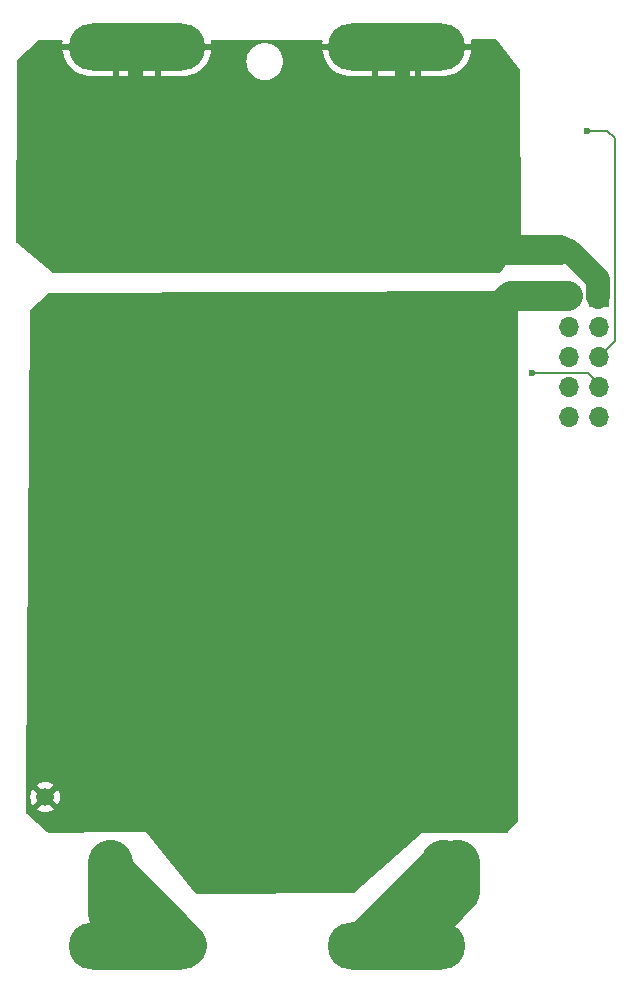
<source format=gbr>
%TF.GenerationSoftware,KiCad,Pcbnew,7.0.10*%
%TF.CreationDate,2025-01-07T15:55:25-07:00*%
%TF.ProjectId,HATB_ver_8.3.1,48415442-5f76-4657-925f-382e332e312e,8.3.1*%
%TF.SameCoordinates,Original*%
%TF.FileFunction,Copper,L1,Top*%
%TF.FilePolarity,Positive*%
%FSLAX46Y46*%
G04 Gerber Fmt 4.6, Leading zero omitted, Abs format (unit mm)*
G04 Created by KiCad (PCBNEW 7.0.10) date 2025-01-07 15:55:25*
%MOMM*%
%LPD*%
G01*
G04 APERTURE LIST*
%TA.AperFunction,ComponentPad*%
%ADD10R,1.700000X1.700000*%
%TD*%
%TA.AperFunction,ComponentPad*%
%ADD11O,1.700000X1.700000*%
%TD*%
%TA.AperFunction,ComponentPad*%
%ADD12O,8.000000X4.000000*%
%TD*%
%TA.AperFunction,ComponentPad*%
%ADD13C,1.500000*%
%TD*%
%TA.AperFunction,ViaPad*%
%ADD14C,0.600000*%
%TD*%
%TA.AperFunction,Conductor*%
%ADD15C,2.032000*%
%TD*%
%TA.AperFunction,Conductor*%
%ADD16C,1.270000*%
%TD*%
%TA.AperFunction,Conductor*%
%ADD17C,2.540000*%
%TD*%
%TA.AperFunction,Conductor*%
%ADD18C,3.810000*%
%TD*%
%TA.AperFunction,Conductor*%
%ADD19C,0.200000*%
%TD*%
G04 APERTURE END LIST*
D10*
%TO.P,P10,1,Pin_1*%
%TO.N,/BATT+*%
X217400000Y-73110000D03*
D11*
%TO.P,P10,2,Pin_2*%
%TO.N,/PWR_GND*%
X214860000Y-73110000D03*
%TO.P,P10,3,Pin_3*%
%TO.N,/BBD_AGND*%
X217400000Y-75650000D03*
%TO.P,P10,4,Pin_4*%
%TO.N,/BBD_GND*%
X214860000Y-75650000D03*
%TO.P,P10,5,Pin_5*%
%TO.N,/BBD_5V*%
X217400000Y-78190000D03*
%TO.P,P10,6,Pin_6*%
%TO.N,/BBD_IPS_OUT*%
X214860000Y-78190000D03*
%TO.P,P10,7,Pin_7*%
%TO.N,/BBD_PA6*%
X217400000Y-80730000D03*
%TO.P,P10,8,Pin_8*%
%TO.N,/BBD_CHG_LED*%
X214860000Y-80730000D03*
%TO.P,P10,9,Pin_9*%
%TO.N,/BBD_PB1*%
X217400000Y-83270000D03*
%TO.P,P10,10,Pin_10*%
%TO.N,/BBD_PB2*%
X214860000Y-83270000D03*
%TD*%
D12*
%TO.P,BT1,1*%
%TO.N,/BATT+*%
X202120000Y-51950000D03*
X198500000Y-51950000D03*
%TO.P,BT1,2*%
%TO.N,Net-(BT1-Pad2)*%
X198500000Y-128050000D03*
X202120000Y-128050000D03*
%TD*%
%TO.P,BT2,1*%
%TO.N,/BATT+*%
X180120000Y-51950000D03*
X176500000Y-51950000D03*
%TO.P,BT2,2*%
%TO.N,Net-(BT2-Pad2)*%
X180120000Y-128050000D03*
X176500000Y-128050000D03*
%TD*%
D13*
%TO.P,GND1,1,1*%
%TO.N,/PWR_GND*%
X170560000Y-115480000D03*
%TD*%
D14*
%TO.N,/BATT+*%
X195040000Y-57630000D03*
X184440000Y-57630000D03*
X190150000Y-57630000D03*
X197380000Y-55290000D03*
X171040000Y-63340000D03*
X196980000Y-69350000D03*
X181700000Y-55520000D03*
%TO.N,Net-(BT1-Pad2)*%
X205445000Y-120995000D03*
X204225000Y-120995000D03*
X205905000Y-120535000D03*
X204875000Y-120345000D03*
X206710000Y-121340000D03*
%TO.N,Net-(BT2-Pad2)*%
X177325000Y-120985000D03*
X174760000Y-120980000D03*
X175560000Y-120180000D03*
X175995000Y-120985000D03*
X176800600Y-120349400D03*
%TO.N,/PWR_GND*%
X192325000Y-120345000D03*
X195845000Y-120345000D03*
X198140000Y-103670000D03*
X194225000Y-120345000D03*
X188330600Y-120999400D03*
X190489400Y-120349400D03*
X187650600Y-120349400D03*
X193530000Y-104390000D03*
X191190005Y-113699995D03*
X191450000Y-121310000D03*
X186960600Y-120999400D03*
X191190005Y-108759997D03*
X189050600Y-120349400D03*
X193345000Y-120995000D03*
X195005000Y-120995000D03*
%TO.N,/BBD_PA6*%
X211749511Y-79600489D03*
%TO.N,/BBD_5V*%
X216430000Y-59050000D03*
%TD*%
D15*
%TO.N,/BATT+*%
X217340000Y-71650000D02*
X214850009Y-69160009D01*
D16*
X200740000Y-51540000D02*
X200740000Y-56190000D01*
D17*
X207640000Y-69160000D02*
X207470000Y-69330000D01*
D15*
X214850009Y-69160009D02*
X214170006Y-69160009D01*
D16*
X200740000Y-56190000D02*
X200260000Y-56670000D01*
D15*
X217340002Y-73119996D02*
X217340002Y-71649996D01*
D16*
X178180000Y-51650000D02*
X178180000Y-55840000D01*
D17*
X214170000Y-69160000D02*
X207640000Y-69160000D01*
D18*
%TO.N,Net-(BT1-Pad2)*%
X200740000Y-128140000D02*
X205445000Y-123435000D01*
X205445000Y-123435000D02*
X205445000Y-120995000D01*
X204225000Y-120995000D02*
X204225000Y-121145000D01*
X204225000Y-121145000D02*
X197420000Y-127950000D01*
%TO.N,Net-(BT2-Pad2)*%
X178900000Y-128160000D02*
X175995000Y-125255000D01*
X175995000Y-125255000D02*
X175995000Y-120985000D01*
X175995000Y-121695000D02*
X182300000Y-128000000D01*
X179010000Y-128160000D02*
X178900000Y-128160000D01*
D17*
%TO.N,/PWR_GND*%
X209990004Y-73070009D02*
X207769993Y-75289994D01*
D15*
X214859997Y-73109988D02*
X214820009Y-73070000D01*
D17*
X214820017Y-73070009D02*
X209990004Y-73070009D01*
D19*
%TO.N,/BBD_PA6*%
X216480489Y-79600489D02*
X217500000Y-80620000D01*
X211749511Y-79600489D02*
X216480489Y-79600489D01*
%TO.N,/BBD_5V*%
X218760000Y-76830000D02*
X217400000Y-78190000D01*
X216430000Y-59050000D02*
X218120000Y-59050000D01*
X218120000Y-59050000D02*
X218760000Y-59690000D01*
X218760000Y-59690000D02*
X218760000Y-76830000D01*
%TD*%
%TA.AperFunction,Conductor*%
%TO.N,/BATT+*%
G36*
X208803966Y-51349998D02*
G01*
X208837777Y-51381870D01*
X209067600Y-51697430D01*
X210706190Y-53947308D01*
X210730125Y-54014148D01*
X210730335Y-54020440D01*
X210849678Y-68391281D01*
X210830242Y-68459565D01*
X210828520Y-68462219D01*
X209127357Y-71013963D01*
X209072928Y-71059548D01*
X209022652Y-71070071D01*
X171324381Y-71109953D01*
X171256239Y-71090023D01*
X171245386Y-71082222D01*
X168137373Y-68588017D01*
X168096764Y-68529781D01*
X168090236Y-68489258D01*
X168143606Y-54755293D01*
X168149793Y-53163147D01*
X168170060Y-53095107D01*
X168188208Y-53073058D01*
X169087061Y-52204001D01*
X172004153Y-52204001D01*
X172031550Y-52420868D01*
X172031555Y-52420896D01*
X172110029Y-52726533D01*
X172110031Y-52726539D01*
X172226207Y-53019965D01*
X172378243Y-53296517D01*
X172563730Y-53551818D01*
X172563731Y-53551819D01*
X172779759Y-53781866D01*
X172779769Y-53781875D01*
X173022921Y-53983028D01*
X173022924Y-53983030D01*
X173289363Y-54152117D01*
X173289377Y-54152124D01*
X173574911Y-54286486D01*
X173574920Y-54286490D01*
X173875044Y-54384007D01*
X173875057Y-54384010D01*
X174185038Y-54443143D01*
X174185054Y-54443145D01*
X174421165Y-54457999D01*
X174421167Y-54458000D01*
X176246000Y-54458000D01*
X176246000Y-52204000D01*
X172004154Y-52204000D01*
X172004153Y-52204001D01*
X169087061Y-52204001D01*
X169349770Y-51950000D01*
X173820102Y-51950000D01*
X173839505Y-52047545D01*
X173894760Y-52130240D01*
X173977455Y-52185495D01*
X174050376Y-52200000D01*
X174949624Y-52200000D01*
X175022545Y-52185495D01*
X175105240Y-52130240D01*
X175160495Y-52047545D01*
X175179898Y-51950000D01*
X175160495Y-51852455D01*
X175105240Y-51769760D01*
X175022545Y-51714505D01*
X174949624Y-51700000D01*
X174050376Y-51700000D01*
X173977455Y-51714505D01*
X173894760Y-51769760D01*
X173839505Y-51852455D01*
X173820102Y-51950000D01*
X169349770Y-51950000D01*
X169923412Y-51395374D01*
X169986286Y-51362406D01*
X170010887Y-51359960D01*
X171903779Y-51358498D01*
X171971910Y-51378446D01*
X172018444Y-51432066D01*
X172028877Y-51500289D01*
X172004153Y-51695998D01*
X172004154Y-51696000D01*
X176628000Y-51696000D01*
X176696121Y-51716002D01*
X176742614Y-51769658D01*
X176754000Y-51822000D01*
X176754000Y-54458000D01*
X179866000Y-54458000D01*
X179866000Y-52204000D01*
X180374000Y-52204000D01*
X180374000Y-54458000D01*
X182198833Y-54458000D01*
X182198834Y-54457999D01*
X182434945Y-54443145D01*
X182434961Y-54443143D01*
X182744942Y-54384010D01*
X182744955Y-54384007D01*
X183045079Y-54286490D01*
X183045088Y-54286486D01*
X183330622Y-54152124D01*
X183330636Y-54152117D01*
X183597075Y-53983030D01*
X183597078Y-53983028D01*
X183840230Y-53781875D01*
X183840240Y-53781866D01*
X184056268Y-53551819D01*
X184056269Y-53551818D01*
X184241756Y-53296517D01*
X184294817Y-53200000D01*
X187584706Y-53200000D01*
X187603854Y-53443302D01*
X187660828Y-53680612D01*
X187702772Y-53781875D01*
X187747511Y-53889886D01*
X187754223Y-53906089D01*
X187801371Y-53983028D01*
X187881742Y-54114180D01*
X187881743Y-54114182D01*
X188040240Y-54299759D01*
X188225817Y-54458256D01*
X188225821Y-54458259D01*
X188433911Y-54585777D01*
X188659388Y-54679172D01*
X188896698Y-54736146D01*
X189140000Y-54755294D01*
X189383302Y-54736146D01*
X189620612Y-54679172D01*
X189846089Y-54585777D01*
X190054179Y-54458259D01*
X190239759Y-54299759D01*
X190398259Y-54114179D01*
X190525777Y-53906089D01*
X190619172Y-53680612D01*
X190676146Y-53443302D01*
X190695294Y-53200000D01*
X190676146Y-52956698D01*
X190619172Y-52719388D01*
X190525777Y-52493911D01*
X190398259Y-52285821D01*
X190398256Y-52285817D01*
X190328379Y-52204001D01*
X194004153Y-52204001D01*
X194031550Y-52420868D01*
X194031555Y-52420896D01*
X194110029Y-52726533D01*
X194110031Y-52726539D01*
X194226207Y-53019965D01*
X194378243Y-53296517D01*
X194563730Y-53551818D01*
X194563731Y-53551819D01*
X194779759Y-53781866D01*
X194779769Y-53781875D01*
X195022921Y-53983028D01*
X195022924Y-53983030D01*
X195289363Y-54152117D01*
X195289377Y-54152124D01*
X195574911Y-54286486D01*
X195574920Y-54286490D01*
X195875044Y-54384007D01*
X195875057Y-54384010D01*
X196185038Y-54443143D01*
X196185054Y-54443145D01*
X196421165Y-54457999D01*
X196421167Y-54458000D01*
X198246000Y-54458000D01*
X198246000Y-52204000D01*
X194004154Y-52204000D01*
X194004153Y-52204001D01*
X190328379Y-52204001D01*
X190239759Y-52100240D01*
X190063850Y-51950000D01*
X195820102Y-51950000D01*
X195839505Y-52047545D01*
X195894760Y-52130240D01*
X195977455Y-52185495D01*
X196050376Y-52200000D01*
X196949624Y-52200000D01*
X197022545Y-52185495D01*
X197105240Y-52130240D01*
X197160495Y-52047545D01*
X197179898Y-51950000D01*
X197160495Y-51852455D01*
X197105240Y-51769760D01*
X197022545Y-51714505D01*
X196949624Y-51700000D01*
X196050376Y-51700000D01*
X195977455Y-51714505D01*
X195894760Y-51769760D01*
X195839505Y-51852455D01*
X195820102Y-51950000D01*
X190063850Y-51950000D01*
X190054182Y-51941743D01*
X190054180Y-51941742D01*
X190054179Y-51941741D01*
X189846089Y-51814223D01*
X189620612Y-51720828D01*
X189620610Y-51720827D01*
X189620609Y-51720827D01*
X189492900Y-51690166D01*
X189383302Y-51663854D01*
X189383303Y-51663854D01*
X189140000Y-51644706D01*
X188896697Y-51663854D01*
X188659390Y-51720827D01*
X188433912Y-51814222D01*
X188225819Y-51941742D01*
X188225817Y-51941743D01*
X188040240Y-52100240D01*
X187881743Y-52285817D01*
X187881742Y-52285819D01*
X187754222Y-52493912D01*
X187660827Y-52719390D01*
X187603854Y-52956697D01*
X187603854Y-52956698D01*
X187584706Y-53200000D01*
X184294817Y-53200000D01*
X184393792Y-53019965D01*
X184509968Y-52726539D01*
X184509970Y-52726533D01*
X184588444Y-52420896D01*
X184588449Y-52420868D01*
X184615846Y-52204001D01*
X184615846Y-52204000D01*
X180374000Y-52204000D01*
X179866000Y-52204000D01*
X179866000Y-51950000D01*
X181440102Y-51950000D01*
X181459505Y-52047545D01*
X181514760Y-52130240D01*
X181597455Y-52185495D01*
X181670376Y-52200000D01*
X182569624Y-52200000D01*
X182642545Y-52185495D01*
X182725240Y-52130240D01*
X182780495Y-52047545D01*
X182799898Y-51950000D01*
X182780495Y-51852455D01*
X182725240Y-51769760D01*
X182642545Y-51714505D01*
X182569624Y-51700000D01*
X181670376Y-51700000D01*
X181597455Y-51714505D01*
X181514760Y-51769760D01*
X181459505Y-51852455D01*
X181440102Y-51950000D01*
X179866000Y-51950000D01*
X179866000Y-51822000D01*
X179886002Y-51753879D01*
X179939658Y-51707386D01*
X179992000Y-51696000D01*
X184615846Y-51696000D01*
X184615846Y-51695999D01*
X184589872Y-51490394D01*
X184601178Y-51420304D01*
X184648583Y-51367452D01*
X184714776Y-51348603D01*
X193905925Y-51341504D01*
X193974057Y-51361452D01*
X194020591Y-51415072D01*
X194031024Y-51483295D01*
X194004153Y-51695998D01*
X194004154Y-51696000D01*
X198628000Y-51696000D01*
X198696121Y-51716002D01*
X198742614Y-51769658D01*
X198754000Y-51822000D01*
X198754000Y-54458000D01*
X201866000Y-54458000D01*
X201866000Y-52204000D01*
X202374000Y-52204000D01*
X202374000Y-54458000D01*
X204198833Y-54458000D01*
X204198834Y-54457999D01*
X204434945Y-54443145D01*
X204434961Y-54443143D01*
X204744942Y-54384010D01*
X204744955Y-54384007D01*
X205045079Y-54286490D01*
X205045088Y-54286486D01*
X205330622Y-54152124D01*
X205330636Y-54152117D01*
X205597075Y-53983030D01*
X205597078Y-53983028D01*
X205840230Y-53781875D01*
X205840240Y-53781866D01*
X206056268Y-53551819D01*
X206056269Y-53551818D01*
X206241756Y-53296517D01*
X206393792Y-53019965D01*
X206509968Y-52726539D01*
X206509970Y-52726533D01*
X206588444Y-52420896D01*
X206588449Y-52420868D01*
X206615846Y-52204001D01*
X206615846Y-52204000D01*
X202374000Y-52204000D01*
X201866000Y-52204000D01*
X201866000Y-51950000D01*
X203440102Y-51950000D01*
X203459505Y-52047545D01*
X203514760Y-52130240D01*
X203597455Y-52185495D01*
X203670376Y-52200000D01*
X204569624Y-52200000D01*
X204642545Y-52185495D01*
X204725240Y-52130240D01*
X204780495Y-52047545D01*
X204799898Y-51950000D01*
X204780495Y-51852455D01*
X204725240Y-51769760D01*
X204642545Y-51714505D01*
X204569624Y-51700000D01*
X203670376Y-51700000D01*
X203597455Y-51714505D01*
X203514760Y-51769760D01*
X203459505Y-51852455D01*
X203440102Y-51950000D01*
X201866000Y-51950000D01*
X201866000Y-51822000D01*
X201886002Y-51753879D01*
X201939658Y-51707386D01*
X201992000Y-51696000D01*
X206615846Y-51696000D01*
X206615846Y-51695998D01*
X206587952Y-51475190D01*
X206589456Y-51474999D01*
X206595729Y-51410566D01*
X206639719Y-51354840D01*
X206706854Y-51331743D01*
X206712459Y-51331612D01*
X208735831Y-51330049D01*
X208803966Y-51349998D01*
G37*
%TD.AperFunction*%
%TD*%
%TA.AperFunction,Conductor*%
%TO.N,/PWR_GND*%
G36*
X209035677Y-72679929D02*
G01*
X209057151Y-72697151D01*
X210503179Y-74143179D01*
X210537205Y-74205491D01*
X210540084Y-74232070D01*
X210609924Y-117413042D01*
X210590032Y-117481195D01*
X210579326Y-117495553D01*
X209767696Y-118436307D01*
X209708052Y-118474819D01*
X209672294Y-118480000D01*
X202460000Y-118480000D01*
X202459999Y-118480000D01*
X202459997Y-118480001D01*
X196815635Y-123548003D01*
X196751585Y-123578632D01*
X196732109Y-123580248D01*
X183360507Y-123649685D01*
X183292284Y-123630037D01*
X183261925Y-123602971D01*
X179090001Y-118450000D01*
X179090000Y-118450000D01*
X176881494Y-118460605D01*
X170808103Y-118489769D01*
X170739887Y-118470094D01*
X170723984Y-118458117D01*
X168972908Y-116907984D01*
X168935160Y-116847854D01*
X168930430Y-116812694D01*
X168931100Y-116723619D01*
X168932545Y-116531198D01*
X169868011Y-116531198D01*
X169928597Y-116573621D01*
X170128092Y-116666647D01*
X170128096Y-116666649D01*
X170340712Y-116723619D01*
X170560000Y-116742804D01*
X170779287Y-116723619D01*
X170991903Y-116666649D01*
X170991907Y-116666647D01*
X171191399Y-116573622D01*
X171251987Y-116531197D01*
X171251987Y-116531196D01*
X170560001Y-115839210D01*
X170560000Y-115839210D01*
X169868011Y-116531197D01*
X169868011Y-116531198D01*
X168932545Y-116531198D01*
X168940442Y-115480000D01*
X169297195Y-115480000D01*
X169316380Y-115699287D01*
X169373350Y-115911903D01*
X169373352Y-115911907D01*
X169466379Y-116111403D01*
X169508800Y-116171987D01*
X170171487Y-115509302D01*
X170206372Y-115509302D01*
X170235047Y-115622538D01*
X170298936Y-115720327D01*
X170391115Y-115792072D01*
X170501595Y-115830000D01*
X170589005Y-115830000D01*
X170675216Y-115815614D01*
X170777947Y-115760019D01*
X170857060Y-115674079D01*
X170903982Y-115567108D01*
X170911200Y-115480001D01*
X170919210Y-115480001D01*
X171611196Y-116171987D01*
X171611197Y-116171987D01*
X171653622Y-116111399D01*
X171746647Y-115911907D01*
X171746649Y-115911903D01*
X171803619Y-115699287D01*
X171822804Y-115480000D01*
X171803619Y-115260712D01*
X171746649Y-115048096D01*
X171746647Y-115048092D01*
X171653619Y-114848594D01*
X171611199Y-114788011D01*
X171611197Y-114788011D01*
X170919210Y-115479999D01*
X170919210Y-115480001D01*
X170911200Y-115480001D01*
X170913628Y-115450698D01*
X170884953Y-115337462D01*
X170821064Y-115239673D01*
X170728885Y-115167928D01*
X170618405Y-115130000D01*
X170530995Y-115130000D01*
X170444784Y-115144386D01*
X170342053Y-115199981D01*
X170262940Y-115285921D01*
X170216018Y-115392892D01*
X170206372Y-115509302D01*
X170171487Y-115509302D01*
X170200790Y-115479999D01*
X169508801Y-114788010D01*
X169466378Y-114848598D01*
X169373352Y-115048092D01*
X169373350Y-115048096D01*
X169316380Y-115260712D01*
X169297195Y-115480000D01*
X168940442Y-115480000D01*
X168948338Y-114428801D01*
X169868010Y-114428801D01*
X170559999Y-115120790D01*
X170560000Y-115120790D01*
X171251987Y-114428800D01*
X171191403Y-114386379D01*
X170991907Y-114293352D01*
X170991903Y-114293350D01*
X170779287Y-114236380D01*
X170560000Y-114217195D01*
X170340712Y-114236380D01*
X170128096Y-114293350D01*
X170128092Y-114293352D01*
X169928598Y-114386378D01*
X169868010Y-114428801D01*
X168948338Y-114428801D01*
X169249593Y-74324136D01*
X169270106Y-74256169D01*
X169289548Y-74233036D01*
X170743931Y-72873711D01*
X170807353Y-72841811D01*
X170829364Y-72839767D01*
X208967464Y-72660247D01*
X209035677Y-72679929D01*
G37*
%TD.AperFunction*%
%TD*%
M02*

</source>
